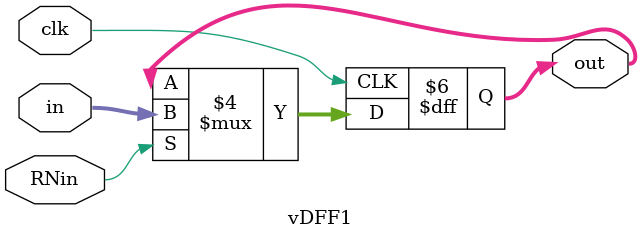
<source format=v>
module regfile(data_in,writenum,write,readnum,clk,data_out);

	input [15:0] data_in;
	input [2:0] writenum, readnum;
	input write, clk;
	output [15:0] data_out;
	reg [15:0] data_out;
	wire [7:0] writeValue;
	wire R0_in, R1_in, R2_in, R3_in, R4_in, R5_in, R6_in, R7_in;
	wire [15:0] R0;
	wire [15:0] R1;
	wire [15:0] R2;
	wire [15:0] R3;
	wire [15:0] R4;
	wire [15:0] R5;
	wire [15:0] R6;
	wire [15:0] R7;
	wire [7:0] select;

	//instantiates decoder for writenum
	Dec dec38(writenum, writeValue);
	
	//assigns Rn_in, indicator to indicate which register to write to as bit n of writeValue ANDED to write
	assign R0_in = writeValue[0] & write;
	assign R1_in = writeValue[1] & write;
	assign R2_in = writeValue[2] & write;
	assign R3_in = writeValue[3] & write;
	assign R4_in = writeValue[4] & write;
	assign R5_in = writeValue[5] & write;
	assign R6_in = writeValue[6] & write;
	assign R7_in = writeValue[7] & write;
	
	//instantiates 8 load enable DFF's, one for each register
	vDFF1 R0_dff(clk, data_in, R0_in, R0); 
	vDFF1 R1_dff(clk, data_in, R1_in, R1);
	vDFF1 R2_dff(clk, data_in, R2_in, R2);
	vDFF1 R3_dff(clk, data_in, R3_in, R3);
	vDFF1 R4_dff(clk, data_in, R4_in, R4);
	vDFF1 R5_dff(clk, data_in, R5_in, R5);
	vDFF1 R6_dff(clk, data_in, R6_in, R6);
	vDFF1 R7_dff(clk, data_in, R7_in, R7);

	//a multiplexer to select which register to read value from. Does not depend on clk

	//decoder for write signal (3 bit to 8 bit)
	Dec dec38read(readnum, select);

	always @* begin
		case (select)
			8'b00000001: data_out = R0;
			8'b00000010: data_out = R1;
			8'b00000100: data_out = R2;
			8'b00001000: data_out = R3;
			8'b00010000: data_out = R4;
			8'b00100000: data_out = R5;
			8'b01000000: data_out = R6;
			8'b10000000: data_out = R7;
			default: data_out = 16'bxxxxxxxxxxxxxxxx;
		endcase
	end
	
endmodule

//decoder modules used for all decoder components of the reg file
module Dec(a, b);
	parameter n = 3;
	parameter m = 8;

	input[n-1:0] a;
	output[m-1:0] b;

	assign b = 1<<a;
endmodule

//DFF with load enable used for writing data to the registers on the positive edge of the clock. RNin represents the load.
module vDFF1(clk, in, RNin, out);
	parameter n = 16;
	input clk;
	input [n-1:0] in;
	input RNin;
	output [n-1:0] out;
	reg [n-1:0] out;
	
//on the positive edge of the clock, writes data_in to output if RN_in (signal to indicate which register to write to) is true
	always @(posedge clk)
		if (RNin == 1'b1)
			out = in;
                else out=out;
	
endmodule
	
	
</source>
